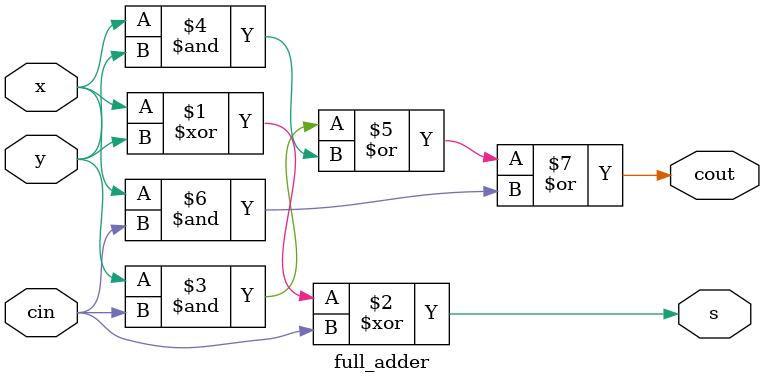
<source format=v>
module multiplier (
    m,
    q,
    s
);
  parameter integer n = 32;

  input [n-1:0] m, q;
  output [n*2-1:0] s;

  wire [n-1:0] b;
  wire [n*n-1:0] t, u;  // results of ands, adders

  wire [n-1:0] c;  // carry

  genvar i;
  generate
    for (i = 0; i < n; i = i + 1) begin
      multi_and ma (
          m,
          q[i],
          t[n*i+(n-1) : n*i]
      );
    end
  endgenerate

  assign s[0] = t[0];
  assign c[0] = 1'b0;
  assign u[n-1:1] = t[n-1:1];

  genvar j;
  generate
    for (j = 0; j < n - 1; j = j + 1) begin
      addern a (
          t[(j*n)+(2*n)-1 : (j*n)+n],  // a
          {c[j], u[n*j+(n-1) : n*j+1]},  // b
          1'b0,  // cin
          u[(j*n)+(2*n)-1 : (j*n)+n],  // s
          c[j+1]  // cout
      );
      assign s[j+1] = u[j*n+n];
    end
  endgenerate

  assign s[n*2-2 : n-1] = u[n*n-1 : n*n-1-n+1];
  assign s[n*2-1] = c[n-1];
endmodule  // multiplier

// Multiplies an n-bit `x` by a single bit `y`
module multi_and (
    x,
    y,
    s
);
  parameter integer n = 32;

  input [n-1:0] x;
  input y;
  output [n-1:0] s;

  genvar i;
  generate
    for (i = 0; i <= n - 1; i = i + 1) begin
      and a (s[i], x[i], y);
    end
  endgenerate
endmodule

// ripple carry adder for 2 n-bit numbers
module addern (
    X,
    Y,
    carryin,
    S,
    carryout
);
  parameter integer n = 32;

  input carryin;
  input [n-1:0] X, Y;

  output [n-1:0] S;
  output carryout;

  wire [n:0] C;
  genvar i;
  assign C[0] = carryin;
  assign carryout = C[n];

  generate
    for (i = 0; i <= n - 1; i = i + 1) begin
      full_adder fa (
          C[i],
          X[i],
          Y[i],
          S[i],
          C[i+1]
      );
    end
  endgenerate
endmodule  // addern

// Verilog code for full adder 
module full_adder (
    x,
    y,
    cin,
    s,
    cout
);
  input x, y, cin;
  output s, cout;
  assign s = (x ^ y) ^ cin;
  assign cout = (y & cin) | (x & y) | (x & cin);
endmodule  // full_adder

</source>
